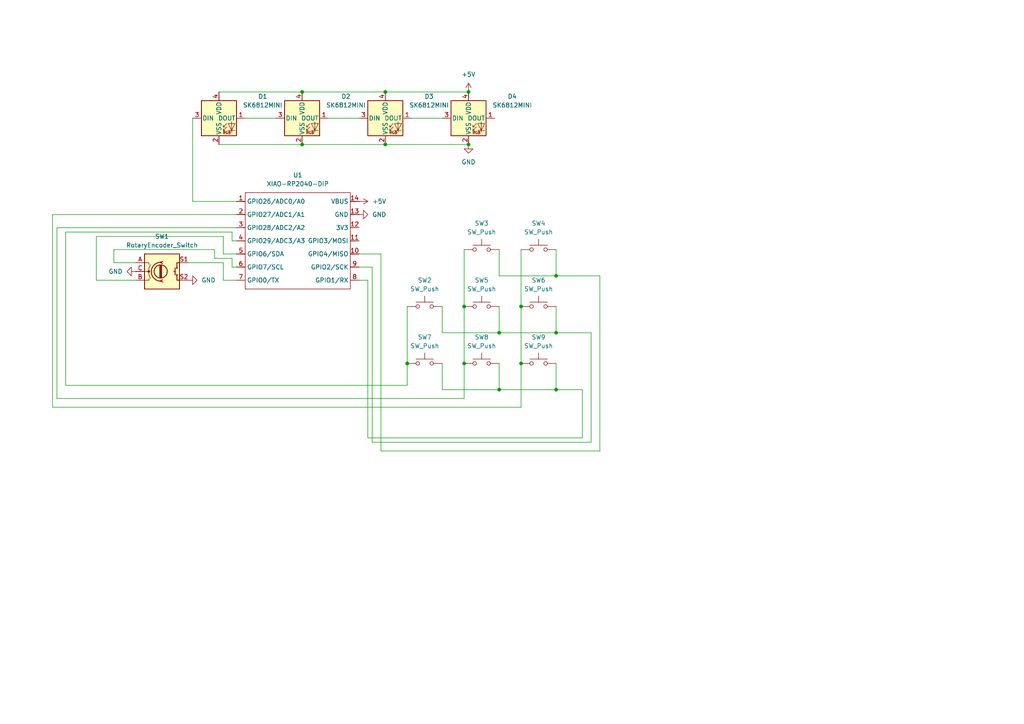
<source format=kicad_sch>
(kicad_sch (version 20231120) (generator "eeschema") (generator_version "8.0")
  (paper "A4")
  (lib_symbols
    (symbol "Device:RotaryEncoder_Switch" (pin_names (offset 0.254) hide)
      (property "Reference" "SW" (at 0 6.604 0))
      (property "Value" "RotaryEncoder_Switch" (at 0 -6.604 0))
      (symbol "RotaryEncoder_Switch_0_1"
        (rectangle (start -5.08 5.08) (end 5.08 -5.08) (stroke (width 0.254)) (fill (type background)))
        (circle (center -3.81 0) (radius 0.254) (fill (type outline)))
        (circle (center -0.381 0) (radius 1.905) (stroke (width 0.254)))
        (arc (start -0.381 2.667) (mid -3.0988 -0.0635) (end -0.381 -2.794) (stroke (width 0.254)))
        (polyline (pts (xy -0.635 -1.778) (xy -0.635 1.778)) (stroke (width 0.254)))
        (polyline (pts (xy -0.381 -1.778) (xy -0.381 1.778)) (stroke (width 0.254)))
        (polyline (pts (xy -0.127 1.778) (xy -0.127 -1.778)) (stroke (width 0.254)))
        (polyline (pts (xy 3.81 0) (xy 3.429 0)) (stroke (width 0.254)))
        (polyline (pts (xy 3.81 1.016) (xy 3.81 -1.016)) (stroke (width 0.254)))
        (polyline (pts (xy -5.08 -2.54) (xy -3.81 -2.54) (xy -3.81 -2.032)))
        (polyline (pts (xy -5.08 2.54) (xy -3.81 2.54) (xy -3.81 2.032)))
        (polyline (pts (xy 0.254 -3.048) (xy -0.508 -2.794) (xy 0.127 -2.413)) (stroke (width 0.254)))
        (polyline (pts (xy 0.254 2.921) (xy -0.508 2.667) (xy 0.127 2.286)) (stroke (width 0.254)))
        (polyline (pts (xy 5.08 -2.54) (xy 4.318 -2.54) (xy 4.318 -1.016)) (stroke (width 0.254)))
        (polyline (pts (xy 5.08 2.54) (xy 4.318 2.54) (xy 4.318 1.016)) (stroke (width 0.254)))
        (polyline (pts (xy -5.08 0) (xy -3.81 0) (xy -3.81 -1.016) (xy -3.302 -2.032)))
        (polyline (pts (xy -4.318 0) (xy -3.81 0) (xy -3.81 1.016) (xy -3.302 2.032)))
        (circle (center 4.318 -1.016) (radius 0.127) (stroke (width 0.254)))
        (circle (center 4.318 1.016) (radius 0.127) (stroke (width 0.254)))
      )
      (symbol "RotaryEncoder_Switch_1_1"
        (pin passive line (at -7.62 2.54 0) (length 2.54) (name "A") (number "A"))
        (pin passive line (at -7.62 -2.54 0) (length 2.54) (name "B") (number "B"))
        (pin passive line (at -7.62 0 0) (length 2.54) (name "C") (number "C"))
        (pin passive line (at 7.62 2.54 180) (length 2.54) (name "S1") (number "S1"))
        (pin passive line (at 7.62 -2.54 180) (length 2.54) (name "S2") (number "S2"))
      )
    )
    (symbol "LED:SK6812MINI" (pin_names (offset 0.254))
      (property "Reference" "D" (at 5.08 5.715 0))
      (property "Value" "SK6812MINI" (at 1.27 -5.715 0))
      (symbol "SK6812MINI_0_0"
        (text "RGB" (at 2.286 -4.191 0) (effects (font (size 0.762 0.762))))
      )
      (symbol "SK6812MINI_0_1"
        (polyline (pts (xy 1.27 -3.556) (xy 1.778 -3.556)))
        (polyline (pts (xy 1.27 -2.54) (xy 1.778 -2.54)))
        (polyline (pts (xy 4.699 -3.556) (xy 2.667 -3.556)))
        (polyline (pts (xy 2.286 -2.54) (xy 1.27 -3.556) (xy 1.27 -3.048)))
        (polyline (pts (xy 2.286 -1.524) (xy 1.27 -2.54) (xy 1.27 -2.032)))
        (polyline (pts (xy 3.683 -1.016) (xy 3.683 -3.556) (xy 3.683 -4.064)))
        (polyline (pts (xy 4.699 -1.524) (xy 2.667 -1.524) (xy 3.683 -3.556) (xy 4.699 -1.524)))
        (rectangle (start 5.08 5.08) (end -5.08 -5.08) (stroke (width 0.254)) (fill (type background)))
      )
      (symbol "SK6812MINI_1_1"
        (pin output line (at 7.62 0 180) (length 2.54) (name "DOUT") (number "1"))
        (pin power_in line (at 0 -7.62 90) (length 2.54) (name "VSS") (number "2"))
        (pin input line (at -7.62 0 0) (length 2.54) (name "DIN") (number "3"))
        (pin power_in line (at 0 7.62 270) (length 2.54) (name "VDD") (number "4"))
      )
    )
    (symbol "Seeed_Studio_XIAO_Series:XIAO-RP2040-DIP"
      (property "Reference" "U" (at 0 0 0))
      (property "Value" "XIAO-RP2040-DIP" (at 5.334 -1.778 0))
      (symbol "XIAO-RP2040-DIP_1_0"
        (polyline (pts (xy -1.27 -30.48) (xy -1.27 -16.51)) (stroke (width 0.1524)))
        (polyline (pts (xy -1.27 -27.94) (xy -2.54 -27.94)) (stroke (width 0.1524)))
        (polyline (pts (xy -1.27 -24.13) (xy -2.54 -24.13)) (stroke (width 0.1524)))
        (polyline (pts (xy -1.27 -20.32) (xy -2.54 -20.32)) (stroke (width 0.1524)))
        (polyline (pts (xy -1.27 -16.51) (xy -2.54 -16.51)) (stroke (width 0.1524)))
        (polyline (pts (xy -1.27 -16.51) (xy -1.27 -12.7)) (stroke (width 0.1524)))
        (polyline (pts (xy -1.27 -12.7) (xy -2.54 -12.7)) (stroke (width 0.1524)))
        (polyline (pts (xy -1.27 -12.7) (xy -1.27 -8.89)) (stroke (width 0.1524)))
        (polyline (pts (xy -1.27 -8.89) (xy -2.54 -8.89)) (stroke (width 0.1524)))
        (polyline (pts (xy -1.27 -8.89) (xy -1.27 -5.08)) (stroke (width 0.1524)))
        (polyline (pts (xy -1.27 -5.08) (xy -2.54 -5.08)) (stroke (width 0.1524)))
        (polyline (pts (xy -1.27 -5.08) (xy -1.27 -2.54)) (stroke (width 0.1524)))
        (polyline (pts (xy -1.27 -2.54) (xy 29.21 -2.54)) (stroke (width 0.1524)))
        (polyline (pts (xy 29.21 -30.48) (xy -1.27 -30.48)) (stroke (width 0.1524)))
        (polyline (pts (xy 29.21 -12.7) (xy 29.21 -30.48)) (stroke (width 0.1524)))
        (polyline (pts (xy 29.21 -8.89) (xy 29.21 -12.7)) (stroke (width 0.1524)))
        (polyline (pts (xy 29.21 -5.08) (xy 29.21 -8.89)) (stroke (width 0.1524)))
        (polyline (pts (xy 29.21 -2.54) (xy 29.21 -5.08)) (stroke (width 0.1524)))
        (polyline (pts (xy 30.48 -27.94) (xy 29.21 -27.94)) (stroke (width 0.1524)))
        (polyline (pts (xy 30.48 -24.13) (xy 29.21 -24.13)) (stroke (width 0.1524)))
        (polyline (pts (xy 30.48 -20.32) (xy 29.21 -20.32)) (stroke (width 0.1524)))
        (polyline (pts (xy 30.48 -16.51) (xy 29.21 -16.51)) (stroke (width 0.1524)))
        (polyline (pts (xy 30.48 -12.7) (xy 29.21 -12.7)) (stroke (width 0.1524)))
        (polyline (pts (xy 30.48 -8.89) (xy 29.21 -8.89)) (stroke (width 0.1524)))
        (polyline (pts (xy 30.48 -5.08) (xy 29.21 -5.08)) (stroke (width 0.1524)))
        (pin passive line (at -3.81 -5.08 0) (length 2.54) (name "GPIO26/ADC0/A0") (number "1"))
        (pin passive line (at 31.75 -20.32 180) (length 2.54) (name "GPIO4/MISO") (number "10"))
        (pin passive line (at 31.75 -16.51 180) (length 2.54) (name "GPIO3/MOSI") (number "11"))
        (pin passive line (at 31.75 -12.7 180) (length 2.54) (name "3V3") (number "12"))
        (pin passive line (at 31.75 -8.89 180) (length 2.54) (name "GND") (number "13"))
        (pin passive line (at 31.75 -5.08 180) (length 2.54) (name "VBUS") (number "14"))
        (pin passive line (at -3.81 -8.89 0) (length 2.54) (name "GPIO27/ADC1/A1") (number "2"))
        (pin passive line (at -3.81 -12.7 0) (length 2.54) (name "GPIO28/ADC2/A2") (number "3"))
        (pin passive line (at -3.81 -16.51 0) (length 2.54) (name "GPIO29/ADC3/A3") (number "4"))
        (pin passive line (at -3.81 -20.32 0) (length 2.54) (name "GPIO6/SDA") (number "5"))
        (pin passive line (at -3.81 -24.13 0) (length 2.54) (name "GPIO7/SCL") (number "6"))
        (pin passive line (at -3.81 -27.94 0) (length 2.54) (name "GPIO0/TX") (number "7"))
        (pin passive line (at 31.75 -27.94 180) (length 2.54) (name "GPIO1/RX") (number "8"))
        (pin passive line (at 31.75 -24.13 180) (length 2.54) (name "GPIO2/SCK") (number "9"))
      )
    )
    (symbol "Switch:SW_Push" (pin_numbers hide) (pin_names (offset 1.016) hide)
      (property "Reference" "SW" (at 1.27 2.54 0))
      (property "Value" "SW_Push" (at 0 -1.524 0))
      (symbol "SW_Push_0_1"
        (circle (center -2.032 0) (radius 0.508))
        (polyline (pts (xy 0 1.27) (xy 0 3.048)))
        (polyline (pts (xy 2.54 1.27) (xy -2.54 1.27)))
        (circle (center 2.032 0) (radius 0.508))
        (pin passive line (at -5.08 0 0) (length 2.54) (name "1") (number "1"))
        (pin passive line (at 5.08 0 180) (length 2.54) (name "2") (number "2"))
      )
    )
    (symbol "power:+5V" (power) (pin_numbers hide) (pin_names (offset 0) hide)
      (property "Value" "+5V" (at 0 3.556 0))
      (symbol "+5V_0_1"
        (polyline (pts (xy -0.762 1.27) (xy 0 2.54)))
        (polyline (pts (xy 0 0) (xy 0 2.54)))
        (polyline (pts (xy 0 2.54) (xy 0.762 1.27)))
      )
      (symbol "+5V_1_1"
        (pin power_in line (at 0 0 90) (length 0) (name "~") (number "1"))
      )
    )
    (symbol "power:GND" (power) (pin_numbers hide) (pin_names (offset 0) hide)
      (property "Value" "GND" (at 0 -3.81 0))
      (symbol "GND_0_1"
        (polyline (pts (xy 0 0) (xy 0 -1.27) (xy 1.27 -1.27) (xy 0 -2.54) (xy -1.27 -1.27) (xy 0 -1.27)))
      )
      (symbol "GND_1_1"
        (pin power_in line (at 0 0 270) (length 0) (name "~") (number "1"))
      )
    )
  )
  (junction (at 144.78 113.03))
  (junction (at 134.62 88.9))
  (junction (at 151.13 105.41))
  (junction (at 135.89 41.91))
  (junction (at 111.76 41.91))
  (junction (at 161.29 96.52))
  (junction (at 87.63 41.91))
  (junction (at 111.76 26.67))
  (junction (at 135.89 26.67))
  (junction (at 151.13 88.9))
  (junction (at 118.11 105.41))
  (junction (at 134.62 105.41))
  (junction (at 161.29 113.03))
  (junction (at 144.78 96.52))
  (junction (at 87.63 26.67))
  (junction (at 161.29 80.01))
  (wire (pts (xy 161.29 105.41) (xy 161.29 113.03)))
  (wire (pts (xy 119.38 34.29) (xy 128.27 34.29)))
  (wire (pts (xy 144.78 80.01) (xy 161.29 80.01)))
  (wire (pts (xy 55.88 34.29) (xy 55.88 58.42)))
  (wire (pts (xy 95.25 34.29) (xy 104.14 34.29)))
  (wire (pts (xy 64.77 68.58) (xy 64.77 73.66)))
  (wire (pts (xy 128.27 88.9) (xy 128.27 96.52)))
  (wire (pts (xy 161.29 113.03) (xy 168.91 113.03)))
  (wire (pts (xy 134.62 88.9) (xy 134.62 105.41)))
  (wire (pts (xy 111.76 41.91) (xy 135.89 41.91)))
  (wire (pts (xy 134.62 105.41) (xy 134.62 115.57)))
  (wire (pts (xy 54.61 76.2) (xy 64.77 76.2)))
  (wire (pts (xy 151.13 72.39) (xy 151.13 88.9)))
  (wire (pts (xy 106.68 127) (xy 106.68 81.28)))
  (wire (pts (xy 55.88 58.42) (xy 68.58 58.42)))
  (wire (pts (xy 161.29 96.52) (xy 171.45 96.52)))
  (wire (pts (xy 63.5 41.91) (xy 87.63 41.91)))
  (wire (pts (xy 168.91 127) (xy 106.68 127)))
  (wire (pts (xy 111.76 26.67) (xy 135.89 26.67)))
  (wire (pts (xy 151.13 88.9) (xy 151.13 105.41)))
  (wire (pts (xy 134.62 72.39) (xy 134.62 88.9)))
  (wire (pts (xy 16.51 115.57) (xy 16.51 66.04)))
  (wire (pts (xy 27.94 68.58) (xy 64.77 68.58)))
  (wire (pts (xy 171.45 96.52) (xy 171.45 128.27)))
  (wire (pts (xy 67.31 74.93) (xy 67.31 77.47)))
  (wire (pts (xy 64.77 73.66) (xy 68.58 73.66)))
  (wire (pts (xy 151.13 118.11) (xy 15.24 118.11)))
  (wire (pts (xy 107.95 77.47) (xy 104.14 77.47)))
  (wire (pts (xy 128.27 96.52) (xy 144.78 96.52)))
  (wire (pts (xy 110.49 73.66) (xy 104.14 73.66)))
  (wire (pts (xy 173.99 130.81) (xy 110.49 130.81)))
  (wire (pts (xy 39.37 76.2) (xy 33.02 76.2)))
  (wire (pts (xy 62.23 74.93) (xy 67.31 74.93)))
  (wire (pts (xy 106.68 81.28) (xy 104.14 81.28)))
  (wire (pts (xy 144.78 72.39) (xy 144.78 80.01)))
  (wire (pts (xy 161.29 88.9) (xy 161.29 96.52)))
  (wire (pts (xy 67.31 69.85) (xy 68.58 69.85)))
  (wire (pts (xy 63.5 26.67) (xy 87.63 26.67)))
  (wire (pts (xy 87.63 41.91) (xy 111.76 41.91)))
  (wire (pts (xy 15.24 62.23) (xy 68.58 62.23)))
  (wire (pts (xy 144.78 113.03) (xy 161.29 113.03)))
  (wire (pts (xy 39.37 81.28) (xy 27.94 81.28)))
  (wire (pts (xy 19.05 67.31) (xy 67.31 67.31)))
  (wire (pts (xy 144.78 96.52) (xy 161.29 96.52)))
  (wire (pts (xy 107.95 128.27) (xy 107.95 77.47)))
  (wire (pts (xy 64.77 81.28) (xy 68.58 81.28)))
  (wire (pts (xy 33.02 76.2) (xy 33.02 72.39)))
  (wire (pts (xy 151.13 105.41) (xy 151.13 118.11)))
  (wire (pts (xy 161.29 72.39) (xy 161.29 80.01)))
  (wire (pts (xy 62.23 72.39) (xy 62.23 74.93)))
  (wire (pts (xy 19.05 111.76) (xy 19.05 67.31)))
  (wire (pts (xy 144.78 105.41) (xy 144.78 113.03)))
  (wire (pts (xy 118.11 105.41) (xy 118.11 111.76)))
  (wire (pts (xy 118.11 88.9) (xy 118.11 105.41)))
  (wire (pts (xy 134.62 115.57) (xy 16.51 115.57)))
  (wire (pts (xy 168.91 113.03) (xy 168.91 127)))
  (wire (pts (xy 27.94 81.28) (xy 27.94 68.58)))
  (wire (pts (xy 64.77 76.2) (xy 64.77 81.28)))
  (wire (pts (xy 118.11 111.76) (xy 19.05 111.76)))
  (wire (pts (xy 67.31 67.31) (xy 67.31 69.85)))
  (wire (pts (xy 15.24 118.11) (xy 15.24 62.23)))
  (wire (pts (xy 16.51 66.04) (xy 68.58 66.04)))
  (wire (pts (xy 71.12 34.29) (xy 80.01 34.29)))
  (wire (pts (xy 87.63 26.67) (xy 111.76 26.67)))
  (wire (pts (xy 161.29 80.01) (xy 173.99 80.01)))
  (wire (pts (xy 33.02 72.39) (xy 62.23 72.39)))
  (wire (pts (xy 144.78 88.9) (xy 144.78 96.52)))
  (wire (pts (xy 128.27 113.03) (xy 144.78 113.03)))
  (wire (pts (xy 110.49 130.81) (xy 110.49 73.66)))
  (wire (pts (xy 173.99 80.01) (xy 173.99 130.81)))
  (wire (pts (xy 171.45 128.27) (xy 107.95 128.27)))
  (wire (pts (xy 67.31 77.47) (xy 68.58 77.47)))
  (wire (pts (xy 128.27 105.41) (xy 128.27 113.03)))
  (symbol (lib_id "LED:SK6812MINI") (at 63.5 34.29 0) (unit 1)
    (property "Reference" "D1" (at 76.2 27.9714 0))
    (property "Value" "SK6812MINI" (at 76.2 30.5114 0))
    (property "Footprint" "LED_SMD:LED_SK6812MINI_PLCC4_3.5x3.5mm_P1.75mm" (effects (hide yes)))
    (property "Datasheet" "https://cdn-shop.adafruit.com/product-files/2686/SK6812MINI_REV.01-1-2.pdf" (effects (hide yes)))
    (property "Description" "RGB LED with integrated controller" (effects (hide yes)))
  )
  (symbol (lib_id "LED:SK6812MINI") (at 111.76 34.29 0) (unit 1)
    (property "Reference" "D3" (at 124.46 27.9714 0))
    (property "Value" "SK6812MINI" (at 124.46 30.5114 0))
    (property "Footprint" "LED_SMD:LED_SK6812MINI_PLCC4_3.5x3.5mm_P1.75mm" (effects (hide yes)))
    (property "Datasheet" "https://cdn-shop.adafruit.com/product-files/2686/SK6812MINI_REV.01-1-2.pdf" (effects (hide yes)))
    (property "Description" "RGB LED with integrated controller" (effects (hide yes)))
  )
  (symbol (lib_id "Switch:SW_Push") (at 139.7 105.41 0) (unit 1)
    (property "Reference" "SW8" (at 139.7 97.79 0))
    (property "Value" "SW_Push" (at 139.7 100.33 0))
    (property "Footprint" "Button_Switch_Keyboard:SW_Cherry_MX_1.00u_PCB" (effects (hide yes)))
    (property "Description" "Push button switch, generic, two pins" (effects (hide yes)))
  )
  (symbol (lib_id "LED:SK6812MINI") (at 135.89 34.29 0) (unit 1)
    (property "Reference" "D4" (at 148.59 27.9714 0))
    (property "Value" "SK6812MINI" (at 148.59 30.5114 0))
    (property "Footprint" "LED_SMD:LED_SK6812MINI_PLCC4_3.5x3.5mm_P1.75mm" (effects (hide yes)))
    (property "Datasheet" "https://cdn-shop.adafruit.com/product-files/2686/SK6812MINI_REV.01-1-2.pdf" (effects (hide yes)))
    (property "Description" "RGB LED with integrated controller" (effects (hide yes)))
  )
  (symbol (lib_id "Switch:SW_Push") (at 156.21 72.39 0) (unit 1)
    (property "Reference" "SW4" (at 156.21 64.77 0))
    (property "Value" "SW_Push" (at 156.21 67.31 0))
    (property "Footprint" "Button_Switch_Keyboard:SW_Cherry_MX_1.00u_PCB" (effects (hide yes)))
    (property "Description" "Push button switch, generic, two pins" (effects (hide yes)))
  )
  (symbol (lib_id "power:GND") (at 54.61 81.28 90) (unit 1)
    (property "Reference" "#PWR01" (effects (hide yes)))
    (property "Value" "GND" (at 58.42 81.2799 90) (effects (justify right)))
    (property "Description" "Power symbol creates a global label with name \"GND\" , ground" (effects (hide yes)))
  )
  (symbol (lib_id "Seeed_Studio_XIAO_Series:XIAO-RP2040-DIP") (at 72.39 53.34 0) (unit 1)
    (property "Reference" "U1" (at 86.36 50.8 0))
    (property "Value" "XIAO-RP2040-DIP" (at 86.36 53.34 0))
    (property "Footprint" "Seeed Studio XIAO Series Library:XIAO-RP2040-DIP" (effects (hide yes)))
  )
  (symbol (lib_id "Switch:SW_Push") (at 156.21 88.9 0) (unit 1)
    (property "Reference" "SW6" (at 156.21 81.28 0))
    (property "Value" "SW_Push" (at 156.21 83.82 0))
    (property "Footprint" "Button_Switch_Keyboard:SW_Cherry_MX_1.00u_PCB" (effects (hide yes)))
    (property "Description" "Push button switch, generic, two pins" (effects (hide yes)))
  )
  (symbol (lib_id "LED:SK6812MINI") (at 87.63 34.29 0) (unit 1)
    (property "Reference" "D2" (at 100.33 27.9714 0))
    (property "Value" "SK6812MINI" (at 100.33 30.5114 0))
    (property "Footprint" "LED_SMD:LED_SK6812MINI_PLCC4_3.5x3.5mm_P1.75mm" (effects (hide yes)))
    (property "Datasheet" "https://cdn-shop.adafruit.com/product-files/2686/SK6812MINI_REV.01-1-2.pdf" (effects (hide yes)))
    (property "Description" "RGB LED with integrated controller" (effects (hide yes)))
  )
  (symbol (lib_id "power:GND") (at 39.37 78.74 270) (unit 1)
    (property "Reference" "#PWR02" (effects (hide yes)))
    (property "Value" "GND" (at 35.56 78.7399 90) (effects (justify right)))
    (property "Description" "Power symbol creates a global label with name \"GND\" , ground" (effects (hide yes)))
  )
  (symbol (lib_id "Switch:SW_Push") (at 139.7 72.39 0) (unit 1)
    (property "Reference" "SW3" (at 139.7 64.77 0))
    (property "Value" "SW_Push" (at 139.7 67.31 0))
    (property "Footprint" "Button_Switch_Keyboard:SW_Cherry_MX_1.00u_PCB" (effects (hide yes)))
    (property "Description" "Push button switch, generic, two pins" (effects (hide yes)))
  )
  (symbol (lib_id "Switch:SW_Push") (at 139.7 88.9 0) (unit 1)
    (property "Reference" "SW5" (at 139.7 81.28 0))
    (property "Value" "SW_Push" (at 139.7 83.82 0))
    (property "Footprint" "Button_Switch_Keyboard:SW_Cherry_MX_1.00u_PCB" (effects (hide yes)))
    (property "Description" "Push button switch, generic, two pins" (effects (hide yes)))
  )
  (symbol (lib_id "power:GND") (at 135.89 41.91 0) (unit 1)
    (property "Reference" "#PWR06" (effects (hide yes)))
    (property "Value" "GND" (at 135.89 46.99 0))
    (property "Description" "Power symbol creates a global label with name \"GND\" , ground" (effects (hide yes)))
  )
  (symbol (lib_id "Switch:SW_Push") (at 156.21 105.41 0) (unit 1)
    (property "Reference" "SW9" (at 156.21 97.79 0))
    (property "Value" "SW_Push" (at 156.21 100.33 0))
    (property "Footprint" "Button_Switch_Keyboard:SW_Cherry_MX_1.00u_PCB" (effects (hide yes)))
    (property "Description" "Push button switch, generic, two pins" (effects (hide yes)))
  )
  (symbol (lib_id "Device:RotaryEncoder_Switch") (at 46.99 78.74 0) (unit 1)
    (property "Reference" "SW1" (at 46.99 68.58 0))
    (property "Value" "RotaryEncoder_Switch" (at 46.99 71.12 0))
    (property "Footprint" "Rotary_Encoder:RotaryEncoder_Alps_EC11E-Switch_Vertical_H20mm" (effects (hide yes)))
    (property "Description" "Rotary encoder, dual channel, incremental quadrate outputs, with switch" (effects (hide yes)))
  )
  (symbol (lib_id "power:GND") (at 104.14 62.23 90) (unit 1)
    (property "Reference" "#PWR03" (effects (hide yes)))
    (property "Value" "GND" (at 107.95 62.2299 90) (effects (justify right)))
    (property "Description" "Power symbol creates a global label with name \"GND\" , ground" (effects (hide yes)))
  )
  (symbol (lib_id "Switch:SW_Push") (at 123.19 88.9 0) (unit 1)
    (property "Reference" "SW2" (at 123.19 81.28 0))
    (property "Value" "SW_Push" (at 123.19 83.82 0))
    (property "Footprint" "Button_Switch_Keyboard:SW_Cherry_MX_1.00u_PCB" (effects (hide yes)))
    (property "Description" "Push button switch, generic, two pins" (effects (hide yes)))
  )
  (symbol (lib_id "Switch:SW_Push") (at 123.19 105.41 0) (unit 1)
    (property "Reference" "SW7" (at 123.19 97.79 0))
    (property "Value" "SW_Push" (at 123.19 100.33 0))
    (property "Footprint" "Button_Switch_Keyboard:SW_Cherry_MX_1.00u_PCB" (effects (hide yes)))
    (property "Description" "Push button switch, generic, two pins" (effects (hide yes)))
  )
  (symbol (lib_id "power:+5V") (at 135.89 26.67 0) (unit 1)
    (property "Reference" "#PWR05" (effects (hide yes)))
    (property "Value" "+5V" (at 135.89 21.59 0))
    (property "Description" "Power symbol creates a global label with name \"+5V\"" (effects (hide yes)))
  )
  (symbol (lib_id "power:+5V") (at 104.14 58.42 270) (unit 1)
    (property "Reference" "#PWR04" (effects (hide yes)))
    (property "Value" "+5V" (at 107.95 58.4199 90) (effects (justify left)))
    (property "Description" "Power symbol creates a global label with name \"+5V\"" (effects (hide yes)))
  )
)
</source>
